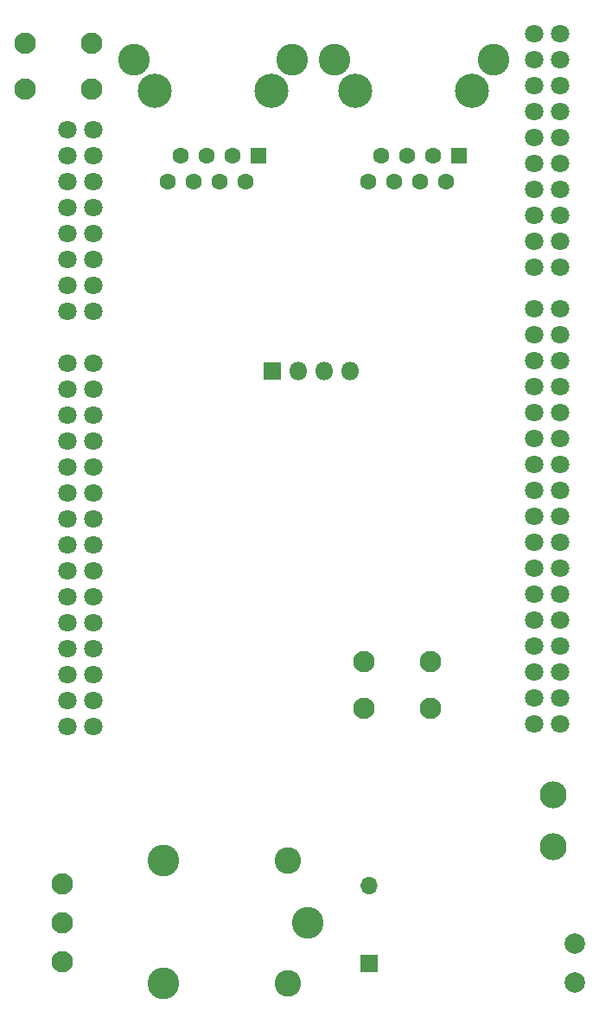
<source format=gbr>
%TF.GenerationSoftware,KiCad,Pcbnew,5.1.6-1.fc32*%
%TF.CreationDate,2021-02-06T18:10:13+01:00*%
%TF.ProjectId,acnode-nucleo144,61636e6f-6465-42d6-9e75-636c656f3134,rev?*%
%TF.SameCoordinates,Original*%
%TF.FileFunction,Soldermask,Bot*%
%TF.FilePolarity,Negative*%
%FSLAX46Y46*%
G04 Gerber Fmt 4.6, Leading zero omitted, Abs format (unit mm)*
G04 Created by KiCad (PCBNEW 5.1.6-1.fc32) date 2021-02-06 18:10:13*
%MOMM*%
%LPD*%
G01*
G04 APERTURE LIST*
%ADD10C,1.600000*%
%ADD11C,3.100000*%
%ADD12R,1.600000X1.600000*%
%ADD13C,3.350000*%
%ADD14C,1.800000*%
%ADD15C,2.600000*%
%ADD16C,2.000000*%
%ADD17C,2.100000*%
%ADD18O,1.800000X1.800000*%
%ADD19R,1.800000X1.800000*%
%ADD20C,2.640000*%
%ADD21R,1.700000X1.700000*%
%ADD22O,1.700000X1.700000*%
G04 APERTURE END LIST*
D10*
%TO.C,J2*%
X154479000Y-74475000D03*
X151939000Y-74475000D03*
D11*
X164154000Y-62535000D03*
D10*
X159559000Y-74475000D03*
D12*
X160829000Y-71935000D03*
D10*
X153209000Y-71935000D03*
X157019000Y-74475000D03*
X155749000Y-71935000D03*
X158289000Y-71935000D03*
D13*
X162099000Y-65585000D03*
D11*
X148614000Y-62535000D03*
D13*
X150669000Y-65585000D03*
%TD*%
D10*
%TO.C,J1*%
X134794000Y-74475000D03*
X132254000Y-74475000D03*
D11*
X144469000Y-62535000D03*
D10*
X139874000Y-74475000D03*
D12*
X141144000Y-71935000D03*
D10*
X133524000Y-71935000D03*
X137334000Y-74475000D03*
X136064000Y-71935000D03*
X138604000Y-71935000D03*
D13*
X142414000Y-65585000D03*
D11*
X128929000Y-62535000D03*
D13*
X130984000Y-65585000D03*
%TD*%
D14*
%TO.C,U2*%
X170720000Y-127526000D03*
X168180000Y-127526000D03*
X170720000Y-59962000D03*
X168180000Y-59962000D03*
X168180000Y-62502000D03*
X170720000Y-62502000D03*
X168180000Y-80282000D03*
X168180000Y-77742000D03*
X168180000Y-75202000D03*
X168180000Y-72662000D03*
X168180000Y-70122000D03*
X168180000Y-67582000D03*
X168180000Y-65042000D03*
X170720000Y-65042000D03*
X170720000Y-67582000D03*
X170720000Y-70122000D03*
X170720000Y-72662000D03*
X170720000Y-75202000D03*
X170720000Y-77742000D03*
X170720000Y-80282000D03*
X168180000Y-82822000D03*
X170720000Y-82822000D03*
X170720000Y-119906000D03*
X170720000Y-117366000D03*
X170720000Y-114826000D03*
X170720000Y-112286000D03*
X170720000Y-109746000D03*
X170720000Y-107206000D03*
X170720000Y-104666000D03*
X170720000Y-102126000D03*
X170720000Y-99586000D03*
X170720000Y-97046000D03*
X170720000Y-94506000D03*
X170720000Y-91966000D03*
X170720000Y-89426000D03*
X170720000Y-86886000D03*
X168180000Y-86886000D03*
X168180000Y-89426000D03*
X168180000Y-91966000D03*
X168180000Y-94506000D03*
X168180000Y-97046000D03*
X168180000Y-99586000D03*
X168180000Y-102126000D03*
X168180000Y-104666000D03*
X168180000Y-107206000D03*
X168180000Y-109746000D03*
X168180000Y-112286000D03*
X168180000Y-114826000D03*
X168180000Y-117366000D03*
X168180000Y-119906000D03*
X170720000Y-122446000D03*
X168180000Y-122446000D03*
X168180000Y-124986000D03*
X125000000Y-69360000D03*
X125000000Y-71900000D03*
X125000000Y-74440000D03*
X125000000Y-76980000D03*
X125000000Y-79520000D03*
X125000000Y-82060000D03*
X125000000Y-84600000D03*
X125000000Y-87140000D03*
X122460000Y-69360000D03*
X122460000Y-71900000D03*
X122460000Y-74440000D03*
X122460000Y-76980000D03*
X122460000Y-79520000D03*
X122460000Y-82060000D03*
X122460000Y-84600000D03*
X122460000Y-87140000D03*
X125000000Y-92220000D03*
X122460000Y-92220000D03*
X125000000Y-127780000D03*
X125000000Y-125240000D03*
X125000000Y-122700000D03*
X125000000Y-120160000D03*
X125000000Y-117620000D03*
X125000000Y-115080000D03*
X125000000Y-112540000D03*
X125000000Y-110000000D03*
X125000000Y-107460000D03*
X125000000Y-104920000D03*
X125000000Y-102380000D03*
X125000000Y-99840000D03*
X125000000Y-97300000D03*
X125000000Y-94760000D03*
X122460000Y-94760000D03*
X122460000Y-97300000D03*
X122460000Y-99840000D03*
X122460000Y-102380000D03*
X122460000Y-104920000D03*
X122460000Y-107460000D03*
X122460000Y-110000000D03*
X122460000Y-112540000D03*
X122460000Y-115080000D03*
X122460000Y-117620000D03*
X122460000Y-120160000D03*
X122460000Y-122700000D03*
X122460000Y-125240000D03*
X170720000Y-124986000D03*
X122460000Y-127780000D03*
%TD*%
D15*
%TO.C,K1*%
X144050000Y-140950000D03*
D11*
X131850000Y-140950000D03*
X131800000Y-153000000D03*
D15*
X144050000Y-152950000D03*
D11*
X146000000Y-147000000D03*
%TD*%
D16*
%TO.C,J5*%
X172100000Y-149090000D03*
X172100000Y-152900000D03*
%TD*%
D17*
%TO.C,J4*%
X121900000Y-143190000D03*
X121900000Y-147000000D03*
X121900000Y-150810000D03*
%TD*%
%TO.C,SW2*%
X158000000Y-121500000D03*
X158000000Y-126000000D03*
X151500000Y-121500000D03*
X151500000Y-126000000D03*
%TD*%
%TO.C,SW1*%
X124784000Y-60886000D03*
X124784000Y-65386000D03*
X118284000Y-60886000D03*
X118284000Y-65386000D03*
%TD*%
D18*
%TO.C,J6*%
X150120000Y-93000000D03*
X147580000Y-93000000D03*
X145040000Y-93000000D03*
D19*
X142500000Y-93000000D03*
%TD*%
D20*
%TO.C,J3*%
X170050000Y-134480000D03*
X170050000Y-139560000D03*
%TD*%
D21*
%TO.C,D2*%
X152000000Y-151000000D03*
D22*
X152000000Y-143380000D03*
%TD*%
M02*

</source>
